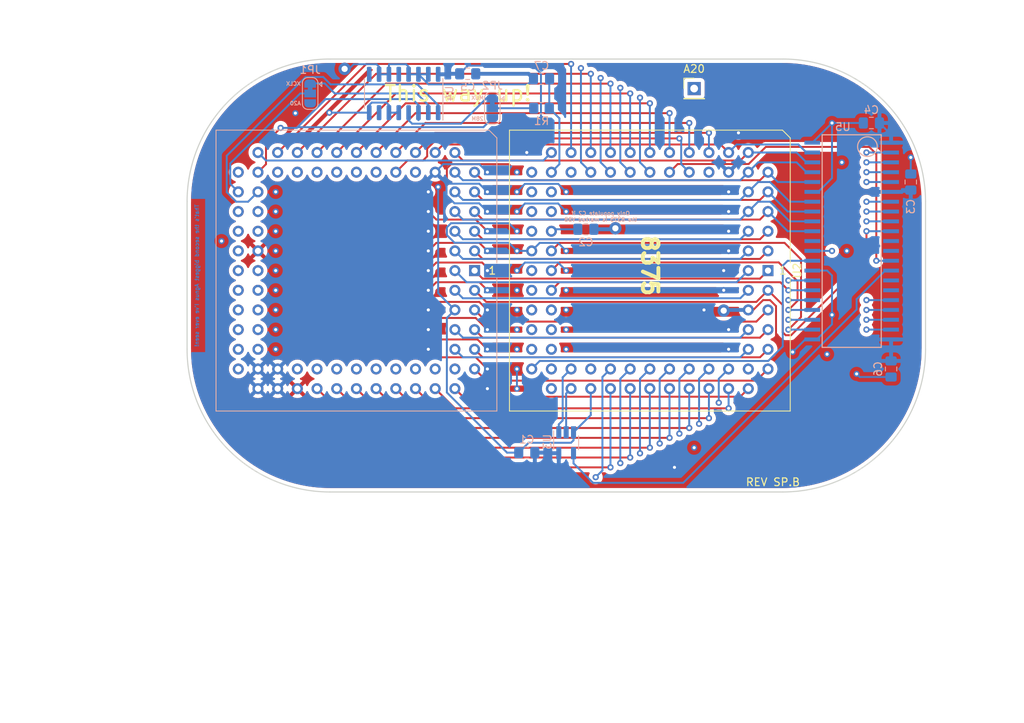
<source format=kicad_pcb>
(kicad_pcb (version 20210424) (generator pcbnew)
  (layers (0 "F.Cu" signal) (1 "In1.Cu" signal) (2 "In2.Cu" signal) (31 "B.Cu" signal) (34 "B.Paste" user) (35 "F.Paste" user) (36 "B.SilkS" user "B.Silkscreen") (37 "F.SilkS" user "F.Silkscreen") (38 "B.Mask" user) (39 "F.Mask" user) (44 "Edge.Cuts" user))
  (net 0 "")
  (net 1 "VCC")
  (net 2 "GND")
  (net 3 "Net-(C2-Pad1)")
  (net 4 "/CLK")
  (net 5 "Net-(J1-Pad1)")
  (net 6 "/A20")
  (net 7 "/XCLK{slash}A20")
  (net 8 "/XCLK")
  (net 9 "/28M")
  (net 10 "Net-(JP2-Pad2)")
  (net 11 "Net-(JP2-Pad1)")
  (net 12 "/DRD12")
  (net 13 "/DRD10")
  (net 14 "/DRD8")
  (net 15 "/DRD6")
  (net 16 "/DRD4")
  (net 17 "/DRD14")
  (net 18 "/~CSYNC")
  (net 19 "/~LPEN")
  (net 20 "/A17")
  (net 21 "/A15")
  (net 22 "/DRD13")
  (net 23 "/DRD11")
  (net 24 "/DRD9")
  (net 25 "/DRD7")
  (net 26 "/DRD5")
  (net 27 "/DRD3")
  (net 28 "/DRD15")
  (net 29 "/~HSYNC")
  (net 30 "/~VSYNC")
  (net 31 "/A18")
  (net 32 "/A16")
  (net 33 "/DRD1")
  (net 34 "/~INTR")
  (net 35 "/~BLISS")
  (net 36 "/~WE")
  (net 37 "/~RGEN")
  (net 38 "/~RAMEN")
  (net 39 "/RGA7")
  (net 40 "/RGA5")
  (net 41 "/RGA3")
  (net 42 "/DRD2")
  (net 43 "/DRD0")
  (net 44 "/~RESET")
  (net 45 "/DMAL")
  (net 46 "/~BLIT")
  (net 47 "/RW")
  (net 48 "/~AS")
  (net 49 "/RGA8")
  (net 50 "/RGA6")
  (net 51 "/RGA4")
  (net 52 "/RGA2")
  (net 53 "/~XCLKEN")
  (net 54 "/7M")
  (net 55 "/CCK")
  (net 56 "/DRA1")
  (net 57 "/DRA3")
  (net 58 "/DRA5")
  (net 59 "/DRA7")
  (net 60 "/~LDS")
  (net 61 "/RGA1")
  (net 62 "/~CDAC")
  (net 63 "/CCKQ")
  (net 65 "/DRA0")
  (net 66 "/DRA2")
  (net 67 "/DRA4")
  (net 68 "/DRA6")
  (net 69 "/DRA8")
  (net 70 "/~UDS")
  (net 71 "/A19")
  (net 72 "/A2")
  (net 73 "/A4")
  (net 74 "/A6")
  (net 75 "/A8")
  (net 76 "/A10")
  (net 77 "/A12")
  (net 78 "/A14")
  (net 79 "/A1")
  (net 80 "/A3")
  (net 81 "/A5")
  (net 82 "/A7")
  (net 83 "/A9")
  (net 84 "/A11")
  (net 85 "/A13")
  (net 86 "/DRA9")
  (net 87 "/~RAS1")
  (net 88 "/~RAS0")
  (net 89 "Net-(U3-Pad4)")
  (net 93 "/~CASL")
  (net 94 "/~CASU")
  (footprint "Package_LCC:PLCC-84_THT-Socket" (layer "F.Cu") (at 127.254 52.07 -90)
    (fp_text reference "U1" hide)
    (fp_text value "Agnus8372")
  )
  (footprint "Connector_PinHeader_2.54mm:PinHeader_1x01_P2.54mm_Vertical" (layer "F.Cu") (at 155.575 28.575)
    (fp_text reference "J1" hide)
    (fp_text value "A20")
  )
  (footprint "Package_LCC:PLCC-84_THT-Socket" (layer "F.Cu") (at 165.1 52.07 -90)
    (fp_text reference "U2")
    (fp_text value "Agnus8375")
  )
  (footprint "Capacitor_SMD:C_0805_2012Metric_Pad1.18x1.45mm_HandSolder" (layer "B.Cu") (at 180.975 64.77 -90)
    (fp_text reference "C6")
    (fp_text value "0.1uF")
  )
  (footprint "Capacitor_SMD:C_0805_2012Metric_Pad1.18x1.45mm_HandSolder" (layer "B.Cu") (at 126.365 26.67)
    (fp_text reference "C5")
    (fp_text value "0.1uF")
  )
  (footprint "Capacitor_SMD:C_0805_2012Metric_Pad1.18x1.45mm_HandSolder" (layer "B.Cu") (at 133.985 75.565 180)
    (fp_text reference "C1")
    (fp_text value "0.1uF")
  )
  (footprint "Jumper:SolderJumper-3_P1.3mm_Bridged12_RoundedPad1.0x1.5mm" (layer "B.Cu") (at 129.54 31.115 -90)
    (fp_text reference "JP2")
    (fp_text value "Jumper_3_Bridged12")
  )
  (footprint "Package_SO:SOIC-16_3.9x9.9mm_P1.27mm" (layer "B.Cu") (at 118.11 29.21 90)
    (fp_text reference "U4")
    (fp_text value "74AHCT158")
  )
  (footprint "Jumper:SolderJumper-3_P1.3mm_Bridged12_RoundedPad1.0x1.5mm" (layer "B.Cu") (at 106.045 29.21 -90)
    (fp_text reference "JP1")
    (fp_text value "Jumper_3_Bridged12")
  )
  (footprint "A500:SOJ-42" (layer "B.Cu") (at 175.895 48.26 -90)
    (fp_text reference "U5")
    (fp_text value "GM71C18163C")
  )
  (footprint "Capacitor_SMD:C_0805_2012Metric_Pad1.18x1.45mm_HandSolder" (layer "B.Cu") (at 183.515 40.64 90)
    (fp_text reference "C3")
    (fp_text value "0.1uF")
  )
  (footprint "Capacitor_SMD:C_0805_2012Metric_Pad1.18x1.45mm_HandSolder" (layer "B.Cu") (at 135.89 27.305 180)
    (fp_text reference "C7")
    (fp_text value "22pF")
  )
  (footprint "Resistor_SMD:R_0805_2012Metric_Pad1.20x1.40mm_HandSolder" (layer "B.Cu") (at 135.89 31.115)
    (fp_text reference "R1")
    (fp_text value "150")
  )
  (footprint "Package_TO_SOT_SMD:SOT-23-5_HandSoldering" (layer "B.Cu") (at 139.065 74.295 -90)
    (fp_text reference "U3")
    (fp_text value "74AHC1G08")
  )
  (footprint "Capacitor_SMD:C_0805_2012Metric_Pad1.18x1.45mm_HandSolder" (layer "B.Cu") (at 141.605 46.736)
    (fp_text reference "C2")
    (fp_text value "0.1uF")
  )
  (footprint "Capacitor_SMD:C_0805_2012Metric_Pad1.18x1.45mm_HandSolder" (layer "B.Cu") (at 178.435 33.02 180)
    (fp_text reference "C4")
    (fp_text value "0.1uF")
  )
  (gr_line (start 108.585 24.765) (end 167.005001 24.765) (layer "Edge.Cuts") (width 0.15))
  (gr_arc (start 167.005001 62.23) (end 167.005 80.645) (angle -90) (layer "Edge.Cuts") (width 0.15))
  (gr_arc (start 108.584999 43.18) (end 108.585 24.765) (angle -90) (layer "Edge.Cuts") (width 0.15))
  (gr_line (start 185.42 43.180001) (end 185.420001 62.230001) (layer "Edge.Cuts") (width 0.15))
  (gr_line (start 90.17 62.23) (end 90.169999 43.179999) (layer "Edge.Cuts") (width 0.15))
  (gr_line (start 167.005 80.645) (end 108.585 80.645) (layer "Edge.Cuts") (width 0.15))
  (gr_arc (start 167.005 43.18) (end 185.42 43.180001) (angle -90) (layer "Edge.Cuts") (width 0.15))
  (gr_arc (start 108.585 62.230001) (end 90.17 62.23) (angle -90) (layer "Edge.Cuts") (width 0.15))
  (gr_text "That’s the second biggest Agnus I’ve ever seen!" (at 91.44 52.705 90) (layer "B.Cu") (effects (font (size 0.5 0.5) (thickness 0.1)) (justify mirror)))
  (gr_text "Only populate C2 if\nthe 8375 is marked VBB" (at 143.51 45.085) (layer "B.SilkS") (effects (font (size 0.5 0.5) (thickness 0.1)) (justify mirror)))
  (gr_text "A20" (at 104.14 30.48) (layer "B.SilkS") (effects (font (size 0.5 0.5) (thickness 0.1)) (justify mirror)))
  (gr_text "28M" (at 127.635 32.465) (layer "B.SilkS") (effects (font (size 0.5 0.5) (thickness 0.1)) (justify mirror)))
  (gr_text "XCLX" (at 103.886 27.94) (layer "B.SilkS") (effects (font (size 0.5 0.5) (thickness 0.1)) (justify mirror)))
  (gr_text "MUX" (at 127.635 29.765) (layer "B.SilkS") (effects (font (size 0.5 0.5) (thickness 0.1)) (justify mirror)))
  (gr_text "1" (at 167.005 52.07) (layer "F.SilkS") (effects (font (size 1 1))))
  (gr_text "1" (at 129.54 52.07) (layer "F.SilkS") (effects (font (size 1 1))))
  (gr_text "8375" (at 149.86 51.435 270) (layer "F.SilkS") (effects (font (size 2 2) (thickness 0.5))))
  (gr_text "A20" (at 155.575 26.035) (layer "F.SilkS") (effects (font (size 1 1))))
  (gr_text "This way up!" (at 125.095 29.21) (layer "F.SilkS") (effects (font (size 2 2) (thickness 0.3))))
  (gr_text "REV SP.B" (at 165.735 79.375) (layer "F.SilkS") (effects (font (size 1 1))))
  (segment (start 128.905 52.07) (end 128.905 51.71448) (width 0.25) (layer "F.Cu") (net 1))
  (segment (start 122.320711 48.494289) (end 121.285 49.53) (width 0.25) (layer "F.Cu") (net 1))
  (segment (start 127.869289 48.494289) (end 122.320711 48.494289) (width 0.25) (layer "F.Cu") (net 1))
  (segment (start 128.905 62.23) (end 127.635 60.96) (width 0.25) (layer "F.Cu") (net 1))
  (segment (start 122.320711 56.114289) (end 121.285 57.15) (width 0.25) (layer "F.Cu") (net 1))
  (segment (start 127.400711 58.185711) (end 122.789289 58.185711) (width 0.25) (layer "F.Cu") (net 1))
  (segment (start 122.320711 53.574289) (end 121.285 54.61) (width 0.25) (layer "F.Cu") (net 1))
  (segment (start 128.905 64.77) (end 127.400711 63.265711) (width 0.25) (layer "F.Cu") (net 1))
  (segment (start 122.320711 51.034289) (end 121.285 52.07) (width 0.25) (layer "F.Cu") (net 1))
  (segment (start 128.905 57.15) (end 127.869289 56.114289) (width 0.25) (layer "F.Cu") (net 1))
  (segment (start 127.635 60.96) (end 122.555 60.96) (width 0.25) (layer "F.Cu") (net 1))
  (segment (start 128.905 51.71448) (end 128.224809 51.034289) (width 0.25) (layer "F.Cu") (net 1))
  (segment (start 122.789289 58.185711) (end 121.285 59.69) (width 0.25) (layer "F.Cu") (net 1))
  (segment (start 127.400711 45.485711) (end 122.320711 45.485711) (width 0.25) (layer "F.Cu") (net 1))
  (segment (start 128.905 46.99) (end 127.400711 45.485711) (width 0.25) (layer "F.Cu") (net 1))
  (segment (start 128.905 54.61) (end 127.869289 53.574289) (width 0.25) (layer "F.Cu") (net 1))
  (segment (start 122.320711 63.265711) (end 121.285 62.23) (width 0.25) (layer "F.Cu") (net 1))
  (segment (start 122.555 60.96) (end 121.285 62.23) (width 0.25) (layer "F.Cu") (net 1))
  (segment (start 122.320711 45.485711) (end 121.285 44.45) (width 0.25) (layer "F.Cu") (net 1))
  (segment (start 127.869289 53.574289) (end 122.320711 53.574289) (width 0.25) (layer "F.Cu") (net 1))
  (segment (start 127.400711 63.265711) (end 122.320711 63.265711) (width 0.25) (layer "F.Cu") (net 1))
  (segment (start 128.905 59.69) (end 127.400711 58.185711) (width 0.25) (layer "F.Cu") (net 1))
  (segment (start 127.869289 56.114289) (end 122.320711 56.114289) (width 0.25) (layer "F.Cu") (net 1))
  (segment (start 128.224809 51.034289) (end 122.320711 51.034289) (width 0.25) (layer "F.Cu") (net 1))
  (segment (start 128.905 49.53) (end 127.869289 48.494289) (width 0.25) (layer "F.Cu") (net 1))
  (via (at 160.02 46.99) (size 0.8) (drill 0.4) (layers "F.Cu" "B.Cu") (net 1))
  (via (at 128.905 46.99) (size 0.8) (drill 0.4) (layers "F.Cu" "B.Cu") (net 1))
  (via (at 160.02 44.45) (size 0.8) (drill 0.4) (layers "F.Cu" "B.Cu") (net 1))
  (via (at 128.905 52.07) (size 0.8) (drill 0.4) (layers "F.Cu" "B.Cu") (net 1))
  (via (at 159.385 52.07) (size 0.8) (drill 0.4) (layers "F.Cu" "B.Cu") (net 1))
  (via (at 128.905 39.37) (size 0.8) (drill 0.4) (layers "F.Cu" "B.Cu") (net 1))
  (via (at 128.905 54.61) (size 0.8) (drill 0.4) (layers "F.Cu" "B.Cu") (net 1))
  (via (at 128.905 57.15) (size 0.8) (drill 0.4) (layers "F.Cu" "B.Cu") (net 1))
  (via (at 161.29 34.29) (size 0.8) (drill 0.4) (layers "F.Cu" "B.Cu") (net 1))
  (via (at 160.02 62.23) (size 0.8) (drill 0.4) (layers "F.Cu" "B.Cu") (net 1))
  (via (at 128.905 59.69) (size 0.8) (drill 0.4) (layers "F.Cu" "B.Cu") (net 1))
  (via (at 133.985 36.83) (size 0.8) (drill 0.4) (layers "F.Cu" "B.Cu") (net 1))
  (via (at 121.285 46.99) (size 0.8) (drill 0.4) (layers "F.Cu" "B.Cu") (net 1))
  (via (at 156.845 57.15) (size 0.8) (drill 0.4) (layers "F.Cu" "B.Cu") (net 1))
  (via (at 121.285 41.91) (size 0.8) (drill 0.4) (layers "F.Cu" "B.Cu") (net 1))
  (via (at 160.02 41.91) (size 0.8) (drill 0.4) (layers "F.Cu" "B.Cu") (net 1))
  (via (at 128.905 64.77) (size 0.8) (drill 0.4) (layers "F.Cu" "B.Cu") (net 1))
  (via (at 121.285 44.45) (size 0.8) (drill 0.4) (layers "F.Cu" "B.Cu") (net 1))
  (via (at 159.385 54.61) (size 0.8) (drill 0.4) (layers "F.Cu" "B.Cu") (net 1))
  (via (at 128.905 44.45) (size 0.8) (drill 0.4) (layers "F.Cu" "B.Cu") (net 1))
  (via (at 128.905 49.53) (size 0.8) (drill 0.4) (layers "F.Cu" "B.Cu") (net 1))
  (via (at 121.285 49.53) (size 0.8) (drill 0.4) (layers "F.Cu" "B.Cu") (net 1))
  (via (at 153.035 77.47) (size 0.8) (drill 0.4) (layers "F.Cu" "B.Cu") (net 1))
  (via (at 160.02 49.53) (size 0.8) (drill 0.4) (layers "F.Cu" "B.Cu") (net 1))
  (via (at 121.285 54.61) (size 0.8) (drill 0.4) (layers "F.Cu" "B.Cu") (net 1))
  (via (at 121.285 52.07) (size 0.8) (drill 0.4) (layers "F.Cu" "B.Cu") (net 1))
  (via (at 160.02 59.69) (size 0.8) (drill 0.4) (layers "F.Cu" "B.Cu") (net 1))
  (via (at 128.905 62.23) (size 0.8) (drill 0.4) (layers "F.Cu" "B.Cu") (net 1))
  (via (at 121.285 59.69) (size 0.8) (drill 0.4) (layers "F.Cu" "B.Cu") (net 1))
  (via (at 121.285 62.23) (size 0.8) (drill 0.4) (layers "F.Cu" "B.Cu") (net 1))
  (via (at 128.905 67.31) (size 0.8) (drill 0.4) (layers "F.Cu" "B.Cu") (net 1))
  (via (at 128.905 41.91) (size 0.8) (drill 0.4) (layers "F.Cu" "B.Cu") (net 1))
  (via (at 121.285 57.15) (size 0.8) (drill 0.4) (layers "F.Cu" "B.Cu") (net 1))
  (segment (start 180.975 60.96) (end 180.975 63.7325) (width 0.25) (layer "B.Cu") (net 1))
  (segment (start 123.6345 40.8305) (end 122.174 39.37) (width 0.25) (layer "B.Cu") (net 1))
  (segment (start 126.37702 25.62048) (end 134.800046 25.62048) (width 0.25) (layer "B.Cu") (net 1))
  (segment (start 183.2825 41.91) (end 183.515 41.6775) (width 0.25) (layer "B.Cu") (net 1))
  (segment (start 180.975 41.91) (end 183.2825 41.91) (width 0.25) (layer "B.Cu") (net 1))
  (segment (start 127.869289 38.334289) (end 123.209711 38.334289) (width 0.25) (layer "B.Cu") (net 1))
  (segment (start 135.81452 26.634954) (end 135.81452 35.00048) (width 0.25) (layer "B.Cu") (net 1))
  (segment (start 124.666378 43.395231) (end 123.6345 42.363353) (width 0.25) (layer "B.Cu") (net 1))
  (segment (start 135.1025 75.645) (end 135.0225 75.565) (width 0.25) (layer "B.Cu") (net 1))
  (segment (start 127.850231 40.855231) (end 123.659231 40.855231) (width 0.25) (layer "B.Cu") (net 1))
  (segment (start 138.115 75.645) (end 135.1025 75.645) (width 0.25) (layer "B.Cu") (net 1))
  (segment (start 134.800046 25.62048) (end 135.81452 26.634954) (width 0.25) (layer "B.Cu") (net 1))
  (segment (start 128.905 39.37) (end 127.869289 38.334289) (width 0.25) (layer "B.Cu") (net 1))
  (segment (start 125.3275 26.67) (end 126.37702 25.62048) (width 0.25) (layer "B.Cu") (net 1))
  (segment (start 135.81452 35.00048) (end 133.985 36.83) (width 0.25) (layer "B.Cu") (net 1))
  (segment (start 123.659231 40.855231) (end 123.6345 40.8305) (width 0.25) (layer "B.Cu") (net 1))
  (segment (start 123.6345 42.363353) (end 123.6345 40.8305) (width 0.25) (layer "B.Cu") (net 1))
  (segment (start 125.3275 26.67) (end 122.62 26.67) (width 0.25) (layer "B.Cu") (net 1))
  (segment (start 127.850231 43.395231) (end 124.666378 43.395231) (width 0.25) (layer "B.Cu") (net 1))
  (segment (start 180.975 34.5225) (end 179.4725 33.02) (width 0.25) (layer "B.Cu") (net 1))
  (segment (start 128.905 41.91) (end 127.850231 40.855231) (width 0.25) (layer "B.Cu") (net 1))
  (segment (start 122.62 26.67) (end 122.555 26.735) (width 0.25) (layer "B.Cu") (net 1))
  (segment (start 123.209711 38.334289) (end 122.174 39.37) (width 0.25) (layer "B.Cu") (net 1))
  (segment (start 180.975 35.56) (end 180.975 34.5225) (width 0.25) (layer "B.Cu") (net 1))
  (segment (start 128.905 44.45) (end 127.850231 43.395231) (width 0.25) (layer "B.Cu") (net 1))
  (segment (start 131.679289 38.334289) (end 124.216858 38.334289) (width 0.25) (layer "F.Cu") (net 2))
  (segment (start 165.362853 55.88) (end 164.465718 55.88) (width 0.25) (layer "F.Cu") (net 2))
  (segment (start 124.216858 38.334289) (end 123.678289 38.872858) (width 0.25) (layer "F.Cu") (net 2))
  (segment (start 166.135711 60.444251) (end 166.135711 56.652858) (width 0.25) (layer "F.Cu") (net 2))
  (segment (start 163.195718 57.15) (end 162.56 57.15) (width 0.25) (layer "F.Cu") (net 2))
  (segment (start 168.275 62.58354) (end 166.135711 60.444251) (width 0.25) (layer "F.Cu") (net 2))
  (segment (start 166.135711 56.652858) (end 165.362853 55.88) (width 0.25) (layer "F.Cu") (net 2))
  (segment (start 132.715 39.37) (end 131.679289 38.334289) (width 0.25) (layer "F.Cu") (net 2))
  (segment (start 123.678289 40.151711) (end 122.555 41.275) (width 0.25) (layer "F.Cu") (net 2))
  (segment (start 123.678289 38.872858) (end 123.678289 40.151711) (width 0.25) (layer "F.Cu") (net 2))
  (segment (start 164.465718 55.88) (end 163.195718 57.15) (width 0.25) (layer "F.Cu") (net 2))
  (via (at 173.355 33.02) (size 0.8) (drill 0.4) (layers "F.Cu" "B.Cu") (net 2))
  (via (at 101.6 59.69) (size 0.8) (drill 0.4) (layers "F.Cu" "B.Cu") (net 2))
  (via (at 139.065 54.61) (size 0.8) (drill 0.4) (layers "F.Cu" "B.Cu") (net 2))
  (via (at 101.6 41.91) (size 0.8) (drill 0.4) (layers "F.Cu" "B.Cu") (net 2))
  (via (at 101.6 49.53) (size 0.8) (drill 0.4) (layers "F.Cu" "B.Cu") (net 2))
  (via (at 101.6 46.99) (size 0.8) (drill 0.4) (layers "F.Cu" "B.Cu") (net 2))
  (via (at 132.715 64.77) (size 0.8) (drill 0.4) (layers "F.Cu" "B.Cu") (net 2))
  (via (at 101.6 44.45) (size 0.8) (drill 0.4) (layers "F.Cu" "B.Cu") (net 2))
  (via (at 175.26 49.53) (size 0.8) (drill 0.4) (layers "F.Cu" "B.Cu") (net 2))
  (via (at 104.14 31.75) (size 0.8) (drill 0.4) (layers "F.Cu" "B.Cu") (net 2))
  (via (at 132.715 54.61) (size 0.8) (drill 0.4) (layers "F.Cu" "B.Cu") (net 2))
  (via (at 132.715 67.31) (size 0.8) (drill 0.4) (layers "F.Cu" "B.Cu") (net 2))
  (via (at 139.065 59.69) (size 0.8) (drill 0.4) (layers "F.Cu" "B.Cu") (net 2))
  (via (at 132.715 59.69) (size 0.8) (drill 0.4) (layers "F.Cu" "B.Cu") (net 2))
  (via (at 101.6 54.61) (size 0.8) (drill 0.4) (layers "F.Cu" "B.Cu") (net 2))
  (via (at 139.065 44.45) (size 0.8) (drill 0.4) (layers "F.Cu" "B.Cu") (net 2))
  (via (at 110.49 26.035) (size 1.6) (drill 0.8) (layers "F.Cu" "B.Cu") (net 2))
  (via (at 94.615 48.26) (size 0.8) (drill 0.4) (layers "F.Cu" "B.Cu") (net 2))
  (via (at 159.385 57.238789) (size 1.6) (drill 0.8) (layers "F.Cu" "B.Cu") (net 2))
  (via (at 139.065 41.91) (size 0.8) (drill 0.4) (layers "F.Cu" "B.Cu") (net 2))
  (via (at 132.715 62.23) (size 0.8) (drill 0.4) (layers "F.Cu" "B.Cu") (net 2))
  (via (at 132.715 41.91) (size 0.8) (drill 0.4) (layers "F.Cu" "B.Cu") (net 2))
  (via (at 139.065 52.07) (size 0.8) (drill 0.4) (layers "F.Cu" "B.Cu") (net 2))
  (via (at 101.6 52.07) (size 0.8) (drill 0.4) (layers "F.Cu" "B.Cu") (net 2))
  (via (at 139.065 49.53) (size 0.8) (drill 0.4) (layers "F.Cu" "B.Cu") (net 2))
  (via (at 132.715 49.53) (size 0.8) (drill 0.4) (layers "F.Cu" "B.Cu") (net 2))
  (via (at 101.6 62.23) (size 0.8) (drill 0.4) (layers "F.Cu" "B.Cu") (net 2))
  (via (at 139.065 57.15) (size 0.8) (drill 0.4) (layers "F.Cu" "B.Cu") (net 2))
  (via (at 176.53 65.405) (size 0.8) (drill 0.4) (layers "F.Cu" "B.Cu") (net 2))
  (via (at 168.275 62.58354) (size 0.8) (drill 0.4) (layers "F.Cu" "B.Cu") (net 2))
  (via (at 132.715 57.15) (size 0.8) (drill 0.4) (layers "F.Cu" "B.Cu") (net 2))
  (via (at 122.555 41.275) (size 0.8) (drill 0.4) (layers "F.Cu" "B.Cu") (net 2))
  (via (at 145.415 46.610211) (size 1.6) (drill 0.8) (layers "F.Cu" "B.Cu") (net 2))
  (via (at 173.355 57.785) (size 0.8) (drill 0.4) (layers "F.Cu" "B.Cu") (net 2))
  (via (at 101.6 57.15) (size 0.8) (drill 0.4) (layers "F.Cu" "B.Cu") (net 2))
  (via (at 174.625 38.1) (size 0.8) (drill 0.4) (layers "F.Cu" "B.Cu") (net 2))
  (via (at 132.715 39.37) (size 0.8) (drill 0.4) (layers "F.Cu" "B.Cu") (net 2))
  (via (at 132.715 44.45) (size 0.8) (drill 0.4) (layers "F.Cu" "B.Cu") (net 2))
  (via (at 172.72 62.865) (size 0.8) (drill 0.4) (layers "F.Cu" "B.Cu") (net 2))
  (via (at 132.715 46.99) (size 0.8) (drill 0.4) (layers "F.Cu" "B.Cu") (net 2))
  (via (at 108.5172 31.6822) (size 0.8) (drill 0.4) (layers "F.Cu" "B.Cu") (net 2))
  (via (at 139.065 62.23) (size 0.8) (drill 0.4) (layers "F.Cu" "B.Cu") (net 2))
  (via (at 183.515 37.465) (size 0.8) (drill 0.4) (layers "F.Cu" "B.Cu") (net 2))
  (via (at 132.715 52.07) (size 0.8) (drill 0.4) (layers "F.Cu" "B.Cu") (net 2))
  (via (at 155.575 74.93) (size 0.8) (drill 0.4) (layers "F.Cu" "B.Cu") (net 2))
  (segment (start 180.975 65.8075) (end 176.9325 65.8075) (width 0.25) (layer "B.Cu") (net 2))
  (segment (start 142.24 70.72) (end 140.015 72.945) (width 0.25) (layer "B.Cu") (net 2))
  (segment (start 140.015 73.975) (end 139.695 74.295) (width 0.25) (layer "B.Cu") (net 2))
  (segment (start 170.815 60.96) (end 171.39912 60.96) (width 0.25) (layer "B.Cu") (net 2))
  (segment (start 171.39912 60.96) (end 173.355 59.00412) (width 0.25) (layer "B.Cu") (net 2))
  (segment (start 113.665 30.71) (end 113.665 31.685) (width 0.25) (layer "B.Cu") (net 2))
  (segment (start 139.065 52.07) (end 138.029289 51.034289) (width 0.25) (layer "B.Cu") (net 2))
  (segment (start 139.065 41.91) (end 138.029289 40.874289) (width 0.25) (layer "B.Cu") (net 2))
  (segment (start 124.666378 48.475231) (end 131.660231 48.475231) (width 0.25) (layer "B.Cu") (net 2))
  (segment (start 123.678289 63.011711) (end 123.678289 58.185711) (width 0.25) (layer "B.Cu") (net 2))
  (segment (start 183.515 39.6025) (end 183.515 37.465) (width 0.25) (layer "B.Cu") (net 2))
  (segment (start 135.655711 48.494289) (end 134.62 49.53) (width 0.25) (layer "B.Cu") (net 2))
  (segment (start 113.98952 30.38548) (end 113.665 30.71) (width 0.25) (layer "B.Cu") (net 2))
  (segment (start 131.436147 75.565) (end 123.678289 67.807142) (width 0.25) (layer "B.Cu") (net 2))
  (segment (start 134.12298 28.03452) (end 121.31452 28.03452) (width 0.25) (layer "B.Cu") (net 2))
  (segment (start 116.205 26.735) (end 114.935 26.735) (width 0.25) (layer "B.Cu") (net 2))
  (segment (start 133.750711 40.874289) (end 132.715 41.91) (width 0.25) (layer "B.Cu") (net 2))
  (segment (start 132.715 46.99) (end 131.679289 45.954289) (width 0.25) (layer "B.Cu") (net 2))
  (segment (start 134.8525 27.305) (end 134.12298 28.03452) (width 0.25) (layer "B.Cu") (net 2))
  (segment (start 132.715 49.53) (end 131.660231 48.475231) (width 0.25) (layer "B.Cu") (net 2))
  (segment (start 169.89854 60.96) (end 168.275 62.58354) (width 0.25) (layer "B.Cu") (net 2))
  (segment (start 118.745 25.76) (end 118.42048 25.43548) (width 0.25) (layer "B.Cu") (net 2))
  (segment (start 138.029289 40.874289) (end 133.750711 40.874289) (width 0.25) (layer "B.Cu") (net 2))
  (segment (start 173.355 52.705) (end 172.72 52.07) (width 0.25) (layer "B.Cu") (net 2))
  (segment (start 118.42048 25.43548) (end 116.24048 25.43548) (width 0.25) (layer "B.Cu") (net 2))
  (segment (start 159.473789 57.15) (end 159.385 57.238789) (width 0.5) (layer "B.Cu") (net 2))
  (segment (start 116.205 30.71) (end 115.88048 30.38548) (width 0.25) (layer "B.Cu") (net 2))
  (segment (start 134.2175 74.295) (end 132.9475 75.565) (width 0.25) (layer "B.Cu") (net 2))
  (segment (start 124.714 57.15) (end 122.555 54.991) (width 0.25) (layer "B.Cu") (net 2))
  (segment (start 133.750711 51.034289) (end 132.715 52.07) (width 0.25) (layer "B.Cu") (net 2))
  (segment (start 162.56 57.15) (end 159.473789 57.15) (width 0.5) (layer "B.Cu") (net 2))
  (segment (start 176.9325 65.8075) (end 176.53 65.405) (width 0.25) (layer "B.Cu") (net 2))
  (segment (start 122.555 54.991) (end 122.555 41.275) (width 0.25) (layer "B.Cu") (net 2))
  (segment (start 133.750711 43.414289) (end 132.715 44.45) (width 0.25) (layer "B.Cu") (net 2))
  (segment (start 123.678289 47.487142) (end 124.666378 48.475231) (width 0.25) (layer "B.Cu") (net 2))
  (segment (start 134.62 49.53) (end 132.715 49.53) (width 0.25) (layer "B.Cu") (net 2))
  (segment (start 170.815 41.91) (end 171.577 41.91) (width 0.25) (layer "B.Cu") (net 2))
  (segment (start 173.355 33.02) (end 170.815 35.56) (width 0.25) (layer "B.Cu") (net 2))
  (segment (start 138.029289 43.414289) (end 133.750711 43.414289) (width 0.25) (layer "B.Cu") (net 2))
  (segment (start 118.745 26.735) (end 118.745 25.76) (width 0.25) (layer "B.Cu") (net 2))
  (segment (start 145.289211 46.736) (end 145.415 46.610211) (width 0.5) (layer "B.Cu") (net 2))
  (segment (start 114.935 26.735) (end 114.935 25.76) (width 0.25) (layer "B.Cu") (net 2))
  (segment (start 121.31452 28.03452) (end 120.015 26.735) (width 0.25) (layer "B.Cu") (net 2))
  (segment (start 170.815 60.96) (end 169.89854 60.96) (width 0.25) (layer "B.Cu") (net 2))
  (segment (start 138.029289 48.494289) (end 135.655711 48.494289) (width 0.25) (layer "B.Cu") (net 2))
  (segment (start 116.205 31.685) (end 117.475 31.685) (width 0.25) (layer "B.Cu") (net 2))
  (segment (start 123.678289 46.492858) (end 123.678289 47.487142) (width 0.25) (layer "B.Cu") (net 2))
  (segment (start 142.24 67.31) (end 142.24 70.72) (width 0.25) (layer "B.Cu") (net 2))
  (segment (start 140.015 72.945) (end 140.015 73.975) (width 0.25) (layer "B.Cu") (net 2))
  (segment (start 132.715 67.31) (end 132.715 64.77) (width 0.25) (layer "B.Cu") (net 2))
  (segment (start 134.2175 26.67) (end 134.8525 27.305) (width 0.5) (layer "B.Cu") (net 2))
  (segment (start 172.72 52.07) (end 170.815 52.07) (width 0.25) (layer "B.Cu") (net 2))
  (segment (start 115.88048 30.38548) (end 113.98952 30.38548) (width 0.25) (layer "B.Cu") (net 2))
  (segment (start 121.285 26.735) (end 120.015 26.735) (width 0.25) (layer "B.Cu") (net 2))
  (segment (start 127.4025 26.67) (end 134.2175 26.67) (width 0.5) (layer "B.Cu") (net 2))
  (segment (start 139.695 74.295) (end 134.2175 74.295) (width 0.25) (layer "B.Cu") (net 2))
  (segment (start 131.679289 45.954289) (end 124.216858 45.954289) (width 0.25) (layer "B.Cu") (net 2))
  (segment (start 111.658236 25.43548) (end 111.058716 26.035) (width 0.25) (layer "B.Cu") (net 2))
  (segment (start 173.355 40.132) (end 173.355 33.02) (width 0.25) (layer "B.Cu") (net 2))
  (segment (start 173.355 59.00412) (end 173.355 57.785) (width 0.25) (layer "B.Cu") (net 2))
  (segment (start 142.6425 46.736) (end 145.289211 46.736) (width 0.5) (layer "B.Cu") (net 2))
  (segment (start 120.015 26.735) (end 118.745 26.735) (width 0.25) (layer "B.Cu") (net 2))
  (segment (start 113.665 31.685) (end 108.52 31.685) (width 0.25) (layer "B.Cu") (net 2))
  (segment (start 123.678289 58.185711) (end 124.714 57.15) (width 0.25) (layer "B.Cu") (net 2))
  (segment (start 173.355 57.785) (end 173.355 52.705) (width 0.25) (layer "B.Cu") (net 2))
  (segment (start 139.065 44.45) (end 138.029289 43.414289) (width 0.25) (layer "B.Cu") (net 2))
  (segment (start 132.9475 75.565) (end 131.436147 75.565) (width 0.25) (layer "B.Cu") (net 2))
  (segment (start 114.935 25.76) (end 114.61048 25.43548) (width 0.25) (layer "B.Cu") (net 2))
  (segment (start 116.205 25.47096) (end 116.205 26.735) (width 0.25) (layer "B.Cu") (net 2))
  (segment (start 171.577 41.91) (end 173.355 40.132) (width 0.25) (layer "B.Cu") (net 2))
  (segment (start 139.065 49.53) (end 138.029289 48.494289) (width 0.25) (layer "B.Cu") (net 2))
  (segment (start 108.52 31.685) (end 108.5172 31.6822) (width 0.25) (layer "B.Cu") (net 2))
  (segment (start 116.24048 25.43548) (end 116.205 25.47096) (width 0.25) (layer "B.Cu") (net 2))
  (segment (start 111.058716 26.035) (end 110.49 26.035) (width 0.25) (layer "B.Cu") (net 2))
  (segment (start 138.029289 51.034289) (end 133.750711 51.034289) (width 0.25) (layer "B.Cu") (net 2))
  (segment (start 177.3975 33.02) (end 173.355 33.02) (width 0.25) (layer "B.Cu") (net 2))
  (segment (start 124.216858 45.954289) (end 123.678289 46.492858) (width 0.25) (layer "B.Cu") (net 2))
  (segment (start 123.678289 67.807142) (end 123.678289 63.011711) (width 0.25) (layer "B.Cu") (net 2))
  (segment (start 116.205 31.685) (end 116.205 30.71) (width 0.25) (layer "B.Cu") (net 2))
  (segment (start 114.61048 25.43548) (end 111.658236 25.43548) (width 0.25) (layer "B.Cu") (net 2))
  (segment (start 140.5675 46.736) (end 137.414 46.736) (width 0.25) (layer "B.Cu") (net 3))
  (segment (start 137.414 46.736) (end 137.16 46.99) (width 0.25) (layer "B.Cu") (net 3))
  (segment (start 138.195711 32.420711) (end 136.89 31.115) (width 0.25) (layer "B.Cu") (net 4))
  (segment (start 136.89 27.3425) (end 136.9275 27.305) (width 0.25) (layer "B.Cu") (net 4))
  (segment (start 138.195711 38.334289) (end 138.195711 32.420711) (width 0.25) (layer "B.Cu") (net 4))
  (segment (start 137.16 39.37) (end 138.195711 38.334289) (width 0.25) (layer "B.Cu") (net 4))
  (segment (start 136.89 31.115) (end 136.89 27.3425) (width 0.25) (layer "B.Cu") (net 4))
  (segment (start 104.765429 29.21) (end 95.738289 38.23714) (width 0.25) (layer "B.Cu") (net 7))
  (segment (start 95.738289 38.23714) (end 95.738289 40.874289) (width 0.25) (layer "B.Cu") (net 7))
  (segment (start 106.045 29.21) (end 104.765429 29.21) (width 0.25) (layer "B.Cu") (net 7))
  (segment (start 95.738289 40.874289) (end 96.774 41.91) (width 0.25) (layer "B.Cu") (net 7))
  (segment (start 106.16952 28.03452) (end 106.045 27.91) (width 0.25) (layer "B.Cu") (net 8))
  (segment (start 121.285 30.71) (end 119.785 29.21) (width 0.25) (layer "B.Cu") (net 8))
  (segment (start 119.785 29.21) (end 109.22 29.21) (width 0.25) (layer "B.Cu") (net 8))
  (segment (start 121.285 31.685) (end 121.285 30.71) (width 0.25) (layer "B.Cu") (net 8))
  (segment (start 107.92 27.91) (end 106.045 27.91) (width 0.25) (layer "B.Cu") (net 8))
  (segment (start 109.22 29.21) (end 107.92 27.91) (width 0.25) (layer "B.Cu") (net 8))
  (segment (start 100.349711 38.334289) (end 99.314 39.37) (width 0.25) (layer "F.Cu") (net 9))
  (segment (start 102.235 33.655) (end 100.349711 35.540289) (width 0.25) (layer "F.Cu") (net 9))
  (segment (start 100.349711 35.540289) (end 100.349711 38.334289) (width 0.25) (layer "F.Cu") (net 9))
  (via (at 102.235 33.655) (size 0.8) (drill 0.4) (layers "F.Cu" "B.Cu") (net 9))
  (segment (start 104.417424 33.55904) (end 104.321464 33.655) (width 0.25) (layer "B.Cu") (net 9))
  (segment (start 119.24096 29.93596) (end 108.040504 29.93596) (width 0.25) (layer "B.Cu") (net 9))
  (segment (start 129.54 32.415) (end 128.39596 33.55904) (width 0.25) (layer "B.Cu") (net 9))
  (segment (start 108.040504 29.93596) (end 104.321464 33.655) (width 0.25) (layer "B.Cu") (net 9))
  (segment (start 128.39596 33.55904) (end 104.417424 33.55904) (width 0.25) (layer "B.Cu") (net 9))
  (segment (start 104.321464 33.655) (end 102.235 33.655) (width 0.25) (layer "B.Cu") (net 9))
  (segment (start 120.015 30.71) (end 119.24096 29.93596) (width 0.25) (layer "B.Cu") (net 9))
  (segment (start 120.015 31.685) (end 120.015 30.71) (width 0.25) (layer "B.Cu") (net 9))
  (segment (start 120.015 31.685) (end 120.015 32.66) (width 0.25) (layer "B.Cu") (net 9))
  (segment (start 134.89 31.115) (end 129.54 31.115) (width 0.25) (layer "B.Cu") (net 10))
  (segment (start 128.790016 29.815) (end 125.495496 33.10952) (width 0.25) (layer "B.Cu") (net 11))
  (segment (start 118.745 32.66) (end 118.745 31.685) (width 0.25) (layer "B.Cu") (net 11))
  (segment (start 129.54 29.815) (end 128.790016 29.815) (width 0.25) (layer "B.Cu") (net 11))
  (segment (start 119.19452 33.10952) (end 118.745 32.66) (width 0.25) (layer "B.Cu") (net 11))
  (segment (start 125.495496 33.10952) (end 119.19452 33.10952) (width 0.25) (layer "B.Cu") (net 11))
  (via (at 177.8 43.18) (size 0.8) (drill 0.4) (layers "F.Cu" "B.Cu") (net 12))
  (segment (start 177.8 43.18) (end 180.975 43.18) (width 0.25) (layer "B.Cu") (net 12))
  (segment (start 126.218289 53.574289) (end 124.714 52.07) (width 0.25) (layer "B.Cu") (net 12))
  (segment (start 161.055711 53.574289) (end 126.218289 53.574289) (width 0.25) (layer "B.Cu") (net 12))
  (segment (start 162.56 52.07) (end 161.055711 53.574289) (width 0.25) (layer "B.Cu") (net 12))
  (via (at 177.8 39.37) (size 0.8) (drill 0.4) (layers "F.Cu" "B.Cu") (net 13))
  (segment (start 162.56 49.53) (end 161.524289 50.565711) (width 0.25) (layer "B.Cu") (net 13))
  (segment (start 177.8 39.37) (end 180.975 39.37) (width 0.25) (layer "B.Cu") (net 13))
  (segment (start 161.524289 50.565711) (end 125.749711 50.565711) (width 0.25) (layer "B.Cu") (net 13))
  (segment (start 125.749711 50.565711) (end 124.714 49.53) (width 0.25) (layer "B.Cu") (net 13))
  (via (at 177.8 36.83) (size 0.8) (drill 0.4) (layers "F.Cu" "B.Cu") (net 14))
  (segment (start 161.524289 48.025711) (end 125.749711 48.025711) (width 0.25) (layer "B.Cu") (net 14))
  (segment (start 177.8 36.83) (end 180.975 36.83) (width 0.25) (layer "B.Cu") (net 14))
  (segment (start 162.56 46.99) (end 161.524289 48.025711) (width 0.25) (layer "B.Cu") (net 14))
  (segment (start 125.749711 48.025711) (end 124.714 46.99) (width 0.25) (layer "B.Cu") (net 14))
  (segment (start 165.362853 43.18) (end 163.83 43.18) (width 0.25) (layer "B.Cu") (net 15))
  (segment (start 163.83 43.18) (end 162.56 44.45) (width 0.25) (layer "B.Cu") (net 15))
  (segment (start 162.56 44.45) (end 161.524289 45.485711) (width 0.25) (layer "B.Cu") (net 15))
  (segment (start 161.524289 45.485711) (end 125.749711 45.485711) (width 0.25) (layer "B.Cu") (net 15))
  (segment (start 125.749711 45.485711) (end 124.714 44.45) (width 0.25) (layer "B.Cu") (net 15))
  (segment (start 167.902853 45.72) (end 165.362853 43.18) (width 0.25) (layer "B.Cu") (net 15))
  (segment (start 170.815 45.72) (end 167.902853 45.72) (width 0.25) (layer "B.Cu") (net 15))
  (segment (start 125.749711 42.945711) (end 124.714 41.91) (width 0.25) (layer "B.Cu") (net 16))
  (segment (start 170.815 43.18) (end 167.902853 43.18) (width 0.25) (layer "B.Cu") (net 16))
  (segment (start 167.902853 43.18) (end 165.362853 40.64) (width 0.25) (layer "B.Cu") (net 16))
  (segment (start 161.524289 42.945711) (end 125.749711 42.945711) (width 0.25) (layer "B.Cu") (net 16))
  (segment (start 165.362853 40.64) (end 163.83 40.64) (width 0.25) (layer "B.Cu") (net 16))
  (segment (start 162.56 41.91) (end 161.524289 42.945711) (width 0.25) (layer "B.Cu") (net 16))
  (segment (start 163.83 40.64) (end 162.56 41.91) (width 0.25) (layer "B.Cu") (net 16))
  (via (at 177.8 45.72) (size 0.8) (drill 0.4) (layers "F.Cu" "B.Cu") (net 17))
  (segment (start 161.524289 55.645711) (end 125.749711 55.645711) (width 0.25) (layer "B.Cu") (net 17))
  (segment (start 177.8 45.72) (end 180.975 45.72) (width 0.25) (layer "B.Cu") (net 17))
  (segment (start 162.56 54.61) (end 161.524289 55.645711) (width 0.25) (layer "B.Cu") (net 17))
  (segment (start 125.749711 55.645711) (end 124.714 54.61) (width 0.25) (layer "B.Cu") (net 17))
  (segment (start 162.56 59.69) (end 161.524289 60.725711) (width 0.25) (layer "B.Cu") (net 18))
  (segment (start 125.749711 60.725711) (end 124.714 59.69) (width 0.25) (layer "B.Cu") (net 18))
  (segment (start 161.524289 60.725711) (end 125.749711 60.725711) (width 0.25) (layer "B.Cu") (net 18))
  (segment (start 125.749711 63.265711) (end 124.714 62.23) (width 0.25) (layer "B.Cu") (net 19))
  (segment (start 161.524289 63.265711) (end 125.749711 63.265711) (width 0.25) (layer "B.Cu") (net 19))
  (segment (start 162.56 62.23) (end 161.524289 63.265711) (width 0.25) (layer "B.Cu") (net 19))
  (segment (start 124.714 67.31) (end 125.749711 68.345711) (width 0.25) (layer "F.Cu") (net 21))
  (segment (start 125.749711 68.345711) (end 161.524289 68.345711) (width 0.25) (layer "F.Cu") (net 21))
  (segment (start 161.524289 68.345711) (end 162.56 67.31) (width 0.25) (layer "F.Cu") (net 21))
  (segment (start 165.1 52.07) (end 164.064289 53.105711) (width 0.25) (layer "F.Cu") (net 22))
  (segment (start 164.064289 53.105711) (end 128.289711 53.105711) (width 0.25) (layer "F.Cu") (net 22))
  (segment (start 128.289711 53.105711) (end 127.254 52.07) (width 0.25) (layer "F.Cu") (net 22))
  (via (at 177.8 44.45) (size 0.8) (drill 0.4) (layers "F.Cu" "B.Cu") (net 22))
  (segment (start 177.8 44.45) (end 180.975 44.45) (width 0.25) (layer "B.Cu") (net 22))
  (segment (start 165.1 49.53) (end 164.064289 50.565711) (width 0.25) (layer "F.Cu") (net 23))
  (segment (start 164.064289 50.565711) (end 128.289711 50.565711) (width 0.25) (layer "F.Cu") (net 23))
  (segment (start 128.289711 50.565711) (end 127.254 49.53) (width 0.25) (layer "F.Cu") (net 23))
  (via (at 177.8 40.64) (size 0.8) (drill 0.4) (layers "F.Cu" "B.Cu") (net 23))
  (segment (start 177.8 40.64) (end 180.975 40.64) (width 0.25) (layer "B.Cu") (net 23))
  (segment (start 165.1 46.99) (end 164.064289 48.025711) (width 0.25) (layer "F.Cu") (net 24))
  (segment (start 164.064289 48.025711) (end 128.289711 48.025711) (width 0.25) (layer "F.Cu") (net 24))
  (segment (start 128.289711 48.025711) (end 127.254 46.99) (width 0.25) (layer "F.Cu") (net 24))
  (via (at 177.8 38.1) (size 0.8) (drill 0.4) (layers "F.Cu" "B.Cu") (net 24))
  (segment (start 177.8 38.1) (end 180.975 38.1) (width 0.25) (layer "B.Cu") (net 24))
  (segment (start 165.1 44.45) (end 164.064289 45.485711) (width 0.25) (layer "F.Cu") (net 25))
  (segment (start 128.289711 45.485711) (end 127.254 44.45) (width 0.25) (layer "F.Cu") (net 25))
  (segment (start 164.064289 45.485711) (end 128.289711 45.485711) (width 0.25) (layer "F.Cu") (net 25))
  (segment (start 167.64 46.99) (end 165.1 44.45) (width 0.25) (layer "B.Cu") (net 25))
  (segment (start 170.815 46.99) (end 167.64 46.99) (width 0.25) (layer "B.Cu") (net 25))
  (segment (start 164.064289 42.945711) (end 128.289711 42.945711) (width 0.25) (layer "F.Cu") (net 26))
  (segment (start 128.289711 42.945711) (end 127.254 41.91) (width 0.25) (layer "F.Cu") (net 26))
  (segment (start 165.1 41.91) (end 164.064289 42.945711) (width 0.25) (layer "F.Cu") (net 26))
  (segment (start 167.64 44.45) (end 165.1 41.91) (width 0.25) (layer "B.Cu") (net 26))
  (segment (start 170.815 44.45) (end 167.64 44.45) (width 0.25) (layer "B.Cu") (net 26))
  (segment (start 128.289711 40.405711) (end 127.254 39.37) (width 0.25) (layer "F.Cu") (net 27))
  (segment (start 164.064289 40.405711) (end 128.289711 40.405711) (width 0.25) (layer "F.Cu") (net 27))
  (segment (start 165.1 39.37) (end 164.064289 40.405711) (width 0.25) (layer "F.Cu") (net 27))
  (segment (start 170.815 40.64) (end 166.37 40.64) (width 0.25) (layer "B.Cu") (net 27))
  (segment (start 166.37 40.64) (end 165.1 39.37) (width 0.25) (layer "B.Cu") (net 27))
  (segment (start 177.8 50.691777) (end 177.8 46.99) (width 0.25) (layer "F.Cu") (net 28))
  (segment (start 128.758289 56.114289) (end 127.254 54.61) (width 0.25) (layer "F.Cu") (net 28))
  (segment (start 167.004989 60.037766) (end 167.381734 60.414511) (width 0.25) (layer "F.Cu") (net 28))
  (segment (start 165.1 54.61) (end 167.004989 56.514989) (width 0.25) (layer "F.Cu") (net 28))
  (segment (start 163.595711 56.114289) (end 128.758289 56.114289) (width 0.25) (layer "F.Cu") (net 28))
  (segment (start 167.381734 60.414511) (end 168.077266 60.414511) (width 0.25) (layer "F.Cu") (net 28))
  (segment (start 167.004989 56.514989) (end 167.004989 60.037766) (width 0.25) (layer "F.Cu") (net 28))
  (segment (start 165.1 54.61) (end 163.595711 56.114289) (width 0.25) (layer "F.Cu") (net 28))
  (segment (start 168.077266 60.414511) (end 177.8 50.691777) (width 0.25) (layer "F.Cu") (net 28))
  (via (at 177.8 46.99) (size 0.8) (drill 0.4) (layers "F.Cu" "B.Cu") (net 28))
  (segment (start 177.8 46.99) (end 180.975 46.99) (width 0.25) (layer "B.Cu") (net 28))
  (segment (start 163.595711 58.654289) (end 128.758289 58.654289) (width 0.25) (layer "F.Cu") (net 29))
  (segment (start 165.1 57.15) (end 163.595711 58.654289) (width 0.25) (layer "F.Cu") (net 29))
  (segment (start 128.758289 58.654289) (end 127.254 57.15) (width 0.25) (layer "F.Cu") (net 29))
  (segment (start 164.064289 60.725711) (end 128.289711 60.725711) (width 0.25) (layer "F.Cu") (net 30))
  (segment (start 165.1 59.69) (end 164.064289 60.725711) (width 0.25) (layer "F.Cu") (net 30))
  (segment (start 128.289711 60.725711) (end 127.254 59.69) (width 0.25) (layer "F.Cu") (net 30))
  (segment (start 164.064289 63.265711) (end 128.289711 63.265711) (width 0.25) (layer "F.Cu") (net 31))
  (segment (start 128.289711 63.265711) (end 127.254 62.23) (width 0.25) (layer "F.Cu") (net 31))
  (segment (start 165.1 62.23) (end 164.064289 63.265711) (width 0.25) (layer "F.Cu") (net 31))
  (segment (start 128.758289 66.274289) (end 127.254 64.77) (width 0.25) (layer "F.Cu") (net 32))
  (segment (start 165.1 64.77) (end 163.595711 66.274289) (width 0.25) (layer "F.Cu") (net 32))
  (segment (start 163.595711 66.274289) (end 128.758289 66.274289) (width 0.25) (layer "F.Cu") (net 32))
  (segment (start 125.749711 40.405711) (end 124.714 39.37) (width 0.25) (layer "B.Cu") (net 33))
  (segment (start 170.815 39.37) (end 170.053 39.37) (width 0.25) (layer "B.Cu") (net 33))
  (segment (start 162.56 39.37) (end 161.524289 40.405711) (width 0.25) (layer "B.Cu") (net 33))
  (segment (start 170.053 39.37) (end 168.783 38.1) (width 0.25) (layer "B.Cu") (net 33))
  (segment (start 163.83 38.1) (end 162.56 39.37) (width 0.25) (layer "B.Cu") (net 33))
  (segment (start 168.783 38.1) (end 163.83 38.1) (width 0.25) (layer "B.Cu") (net 33))
  (segment (start 161.524289 40.405711) (end 125.749711 40.405711) (width 0.25) (layer "B.Cu") (net 33))
  (segment (start 121.138289 37.327142) (end 121.138289 36.332858) (width 0.25) (layer "F.Cu") (net 35))
  (segment (start 121.138289 36.332858) (end 122.456647 35.0145) (width 0.25) (layer "F.Cu") (net 35))
  (segment (start 122.456647 35.0145) (end 153.67 35.0145) (width 0.25) (layer "F.Cu") (net 35))
  (segment (start 120.59972 37.865711) (end 121.138289 37.327142) (width 0.25) (layer "F.Cu") (net 35))
  (segment (start 118.598289 37.865711) (end 120.59972 37.865711) (width 0.25) (layer "F.Cu") (net 35))
  (segment (start 117.094 39.37) (end 118.598289 37.865711) (width 0.25) (layer "F.Cu") (net 35))
  (via (at 153.67 35.0145) (size 0.8) (drill 0.4) (layers "F.Cu" "B.Cu") (net 35))
  (segment (start 153.67 35.0145) (end 153.904289 35.248789) (width 0.25) (layer "B.Cu") (net 35))
  (segment (start 153.904289 35.248789) (end 153.904289 38.334289) (width 0.25) (layer "B.Cu") (net 35))
  (segment (start 153.904289 38.334289) (end 154.94 39.37) (width 0.25) (layer "B.Cu") (net 35))
  (segment (start 178.147766 36.105489) (end 164.817364 36.105489) (width 0.25) (layer "F.Cu") (net 36))
  (segment (start 153.454769 38.315231) (end 152.4 39.37) (width 0.25) (layer "F.Cu") (net 36))
  (segment (start 164.817364 36.105489) (end 162.607622 38.315231) (width 0.25) (layer "F.Cu") (net 36))
  (segment (start 162.607622 38.315231) (end 153.454769 38.315231) (width 0.25) (layer "F.Cu") (net 36))
  (segment (start 179.07 50.8) (end 179.07 37.027723) (width 0.25) (layer "F.Cu") (net 36))
  (segment (start 179.07 37.027723) (end 178.147766 36.105489) (width 0.25) (layer "F.Cu") (net 36))
  (via (at 179.07 50.8) (size 0.8) (drill 0.4) (layers "F.Cu" "B.Cu") (net 36))
  (segment (start 180.975 50.8) (end 179.07 50.8) (width 0.25) (layer "B.Cu") (net 36))
  (via (at 148.59 29.7555) (size 0.8) (drill 0.4) (layers "F.Cu" "B.Cu") (net 37))
  (segment (start 148.59 29.7555) (end 148.59 38.1) (width 0.25) (layer "B.Cu") (net 37))
  (segment (start 148.59 38.1) (end 149.86 39.37) (width 0.25) (layer "B.Cu") (net 37))
  (via (at 146.05 28.4855) (size 0.8) (drill 0.4) (layers "F.Cu" "B.Cu") (net 38))
  (segment (start 146.05 38.1) (end 147.32 39.37) (width 0.25) (layer "B.Cu") (net 38))
  (segment (start 146.05 28.4855) (end 146.05 38.1) (width 0.25) (layer "B.Cu") (net 38))
  (via (at 143.51 27.2155) (size 0.8) (drill 0.4) (layers "F.Cu" "B.Cu") (net 39))
  (segment (start 143.51 27.2155) (end 143.51 38.1) (width 0.25) (layer "B.Cu") (net 39))
  (segment (start 143.51 38.1) (end 144.78 39.37) (width 0.25) (layer "B.Cu") (net 39))
  (via (at 140.97 25.9455) (size 0.8) (drill 0.4) (layers "F.Cu" "B.Cu") (net 40))
  (segment (start 140.97 25.9455) (end 140.97 38.1) (width 0.25) (layer "B.Cu") (net 40))
  (segment (start 140.97 38.1) (end 142.24 39.37) (width 0.25) (layer "B.Cu") (net 40))
  (segment (start 125.749711 37.865711) (end 124.714 36.83) (width 0.25) (layer "F.Cu") (net 42))
  (segment (start 161.524289 37.865711) (end 125.749711 37.865711) (width 0.25) (layer "F.Cu") (net 42))
  (segment (start 162.56 36.83) (end 161.524289 37.865711) (width 0.25) (layer "F.Cu") (net 42))
  (segment (start 168.783 36.83) (end 162.56 36.83) (width 0.25) (layer "B.Cu") (net 42))
  (segment (start 170.815 38.1) (end 170.053 38.1) (width 0.25) (layer "B.Cu") (net 42))
  (segment (start 170.053 38.1) (end 168.783 36.83) (width 0.25) (layer "B.Cu") (net 42))
  (segment (start 160.02 36.83) (end 158.984289 35.794289) (width 0.25) (layer "F.Cu") (net 43))
  (segment (start 123.209711 35.794289) (end 122.174 36.83) (width 0.25) (layer "F.Cu") (net 43))
  (segment (start 158.984289 35.794289) (end 123.209711 35.794289) (width 0.25) (layer "F.Cu") (net 43))
  (segment (start 170.815 36.83) (end 170.053 36.83) (width 0.25) (layer "B.Cu") (net 43))
  (segment (start 169.017289 35.794289) (end 161.055711 35.794289) (width 0.25) (layer "B.Cu") (net 43))
  (segment (start 170.053 36.83) (end 169.017289 35.794289) (width 0.25) (layer "B.Cu") (net 43))
  (segment (start 161.055711 35.794289) (end 160.02 36.83) (width 0.25) (layer "B.Cu") (net 43))
  (segment (start 119.634 36.83) (end 122.174 34.29) (width 0.25) (layer "F.Cu") (net 44))
  (segment (start 122.174 34.29) (end 157.48 34.29) (width 0.25) (layer "F.Cu") (net 44))
  (via (at 157.48 34.29) (size 0.8) (drill 0.4) (layers "F.Cu" "B.Cu") (net 44))
  (segment (start 157.48 34.29) (end 157.48 36.83) (width 0.25) (layer "B.Cu") (net 44))
  (segment (start 117.094 36.83) (end 120.904 33.02) (width 0.25) (layer "F.Cu") (net 45))
  (segment (start 120.904 33.02) (end 154.94 33.02) (width 0.25) (layer "F.Cu") (net 45))
  (via (at 154.94 33.02) (size 0.8) (drill 0.4) (layers "F.Cu" "B.Cu") (net 45))
  (segment (start 154.94 33.02) (end 154.94 36.83) (width 0.25) (layer "B.Cu") (net 45))
  (segment (start 114.554 36.83) (end 119.634 31.75) (width 0.25) (layer "F.Cu") (net 46))
  (segment (start 119.634 31.75) (end 152.4 31.75) (width 0.25) (layer "F.Cu") (net 46))
  (via (at 152.4 31.75) (size 0.8) (drill 0.4) (layers "F.Cu" "B.Cu") (net 46))
  (segment (start 152.4 31.75) (end 152.4 36.83) (width 0.25) (layer "B.Cu") (net 46))
  (segment (start 118.364 30.48) (end 149.86 30.48) (width 0.25) (layer "F.Cu") (net 47))
  (segment (start 112.014 36.83) (end 118.364 30.48) (width 0.25) (layer "F.Cu") (net 47))
  (via (at 149.86 30.48) (size 0.8) (drill 0.4) (layers "F.Cu" "B.Cu") (net 47))
  (segment (start 149.86 30.48) (end 149.86 36.83) (width 0.25) (layer "B.Cu") (net 47))
  (segment (start 109.474 36.83) (end 117.094 29.21) (width 0.25) (layer "F.Cu") (net 48))
  (segment (start 117.094 29.21) (end 147.32 29.21) (width 0.25) (layer "F.Cu") (net 48))
  (via (at 147.32 29.21) (size 0.8) (drill 0.4) (layers "F.Cu" "B.Cu") (net 48))
  (segment (start 147.32 29.21) (end 147.32 36.83) (width 0.25) (layer "B.Cu") (net 48))
  (segment (start 106.934 36.83) (end 115.824 27.94) (width 0.25) (layer "F.Cu") (net 49))
  (segment (start 115.824 27.94) (end 144.78 27.94) (width 0.25) (layer "F.Cu") (net 49))
  (via (at 144.78 27.94) (size 0.8) (drill 0.4) (layers "F.Cu" "B.Cu") (net 49))
  (segment (start 144.78 27.94) (end 144.78 36.83) (width 0.25) (layer "B.Cu") (net 49))
  (segment (start 114.554 26.67) (end 142.24 26.67) (width 0.25) (layer "F.Cu") (net 50))
  (segment (start 104.394 36.83) (end 114.554 26.67) (width 0.25) (layer "F.Cu") (net 50))
  (via (at 142.24 26.67) (size 0.8) (drill 0.4) (layers "F.Cu" "B.Cu") (net 50))
  (segment (start 142.24 26.67) (end 142.24 36.83) (width 0.25) (layer "B.Cu") (net 50))
  (segment (start 113.284 25.4) (end 139.7 25.4) (width 0.25) (layer "F.Cu") (net 51))
  (segment (start 101.854 36.83) (end 113.284 25.4) (width 0.25) (layer "F.Cu") (net 51))
  (via (at 139.7 25.4) (size 0.8) (drill 0.4) (layers "F.Cu" "B.Cu") (net 51))
  (segment (start 139.7 25.4) (end 139.7 36.83) (width 0.25) (layer "B.Cu") (net 51))
  (segment (start 100.349711 37.865711) (end 99.314 36.83) (width 0.25) (layer "B.Cu") (net 52))
  (segment (start 136.124289 37.865711) (end 100.349711 37.865711) (width 0.25) (layer "B.Cu") (net 52))
  (segment (start 137.16 36.83) (end 136.124289 37.865711) (width 0.25) (layer "B.Cu") (net 52))
  (segment (start 95.288769 41.957622) (end 96.511147 43.18) (width 0.25) (layer "B.Cu") (net 53))
  (segment (start 122.555 30.71) (end 119.87952 28.03452) (width 0.25) (layer "B.Cu") (net 53))
  (segment (start 122.555 31.685) (end 122.555 30.71) (width 0.25) (layer "B.Cu") (net 53))
  (segment (start 108.680238 28.03452) (end 107.726236 27.080518) (width 0.25) (layer "B.Cu") (net 53))
  (segment (start 98.044 43.18) (end 99.314 41.91) (width 0.25) (layer "B.Cu") (net 53))
  (segment (start 95.288769 37.244227) (end 95.288769 41.957622) (width 0.25) (layer "B.Cu") (net 53))
  (segment (start 107.726236 27.080518) (end 105.452478 27.080518) (width 0.25) (layer "B.Cu") (net 53))
  (segment (start 105.452478 27.080518) (end 95.288769 37.244227) (width 0.25) (layer "B.Cu") (net 53))
  (segment (start 119.87952 28.03452) (end 108.680238 28.03452) (width 0.25) (layer "B.Cu") (net 53))
  (segment (start 96.511147 43.18) (end 98.044 43.18) (width 0.25) (layer "B.Cu") (net 53))
  (via (at 167.7295 58.42) (size 0.8) (drill 0.4) (layers "F.Cu" "B.Cu") (net 56))
  (segment (start 167.7295 58.42) (end 170.815 58.42) (width 0.25) (layer "B.Cu") (net 56))
  (via (at 167.7295 55.88) (size 0.8) (drill 0.4) (layers "F.Cu" "B.Cu") (net 57))
  (segment (start 167.7295 55.88) (end 170.815 55.88) (width 0.25) (layer "B.Cu") (net 57))
  (via (at 167.7295 53.34) (size 0.8) (drill 0.4) (layers "F.Cu" "B.Cu") (net 58))
  (segment (start 167.7295 53.34) (end 170.815 53.34) (width 0.25) (layer "B.Cu") (net 58))
  (via (at 177.8 57.15) (size 0.8) (drill 0.4) (layers "F.Cu" "B.Cu") (net 59))
  (segment (start 177.8 57.15) (end 180.975 57.15) (width 0.25) (layer "B.Cu") (net 59))
  (segment (start 138.195711 48.494289) (end 167.239289 48.494289) (width 0.25) (layer "F.Cu") (net 65))
  (segment (start 137.16 49.53) (end 138.195711 48.494289) (width 0.25) (layer "F.Cu") (net 65))
  (segment (start 167.239289 48.494289) (end 169.35952 50.61452) (width 0.25) (layer "F.Cu") (net 65))
  (segment (start 169.35952 50.61452) (end 169.35952 58.05998) (width 0.25) (layer "F.Cu") (net 65))
  (segment (start 169.35952 58.05998) (end 167.7295 59.69) (width 0.25) (layer "F.Cu") (net 65))
  (via (at 167.7295 59.69) (size 0.8) (drill 0.4) (layers "F.Cu" "B.Cu") (net 65))
  (segment (start 167.7295 59.69) (end 170.815 59.69) (width 0.25) (layer "B.Cu") (net 65))
  (segment (start 168.91 55.9695) (end 167.7295 57.15) (width 0.25) (layer "F.Cu") (net 66))
  (segment (start 138.214769 51.015231) (end 166.477008 51.015231) (width 0.25) (layer "F.Cu") (net 66))
  (segment (start 168.91 53.448223) (end 168.91 55.9695) (width 0.25) (layer "F.Cu") (net 66))
  (segment (start 166.477008 51.015231) (end 168.91 53.448223) (width 0.25) (layer "F.Cu") (net 66))
  (segment (start 137.16 52.07) (end 138.214769 51.015231) (width 0.25) (layer "F.Cu") (net 66))
  (via (at 167.7295 57.15) (size 0.8) (drill 0.4) (layers "F.Cu" "B.Cu") (net 66))
  (segment (start 167.7295 57.15) (end 170.815 57.15) (width 0.25) (layer "B.Cu") (net 66))
  (segment (start 138.195711 53.574289) (end 166.693789 53.574289) (width 0.25) (layer "F.Cu") (net 67))
  (segment (start 137.16 54.61) (end 138.195711 53.574289) (width 0.25) (layer "F.Cu") (net 67))
  (segment (start 166.693789 53.574289) (end 167.7295 54.61) (width 0.25) (layer "F.Cu") (net 67))
  (via (at 167.7295 54.61) (size 0.8) (drill 0.4) (layers "F.Cu" "B.Cu") (net 67))
  (segment (start 167.7295 54.61) (end 170.815 54.61) (width 0.25) (layer "B.Cu") (net 67))
  (via (at 177.8 55.88) (size 0.8) (drill 0.4) (layers "F.Cu" "B.Cu") (net 68))
  (segment (start 177.8 55.88) (end 180.975 55.88) (width 0.25) (layer "B.Cu") (net 68))
  (via (at 177.8 58.42) (size 0.8) (drill 0.4) (layers "F.Cu" "B.Cu") (net 69))
  (segment (start 177.8 58.42) (end 180.975 58.42) (width 0.25) (layer "B.Cu") (net 69))
  (via (at 142.875 78.74) (size 0.8) (drill 0.4) (layers "F.Cu" "B.Cu") (net 72))
  (segment (start 142.875 78.74) (end 143.744289 77.870711) (width 0.25) (layer "B.Cu") (net 72))
  (segment (start 143.744289 77.870711) (end 143.744289 65.805711) (width 0.25) (layer "B.Cu") (net 72))
  (segment (start 143.744289 65.805711) (end 144.78 64.77) (width 0.25) (layer "B.Cu") (net 72))
  (via (at 146.05 76.9245) (size 0.8) (drill 0.4) (layers "F.Cu" "B.Cu") (net 73))
  (segment (start 146.05 66.04) (end 147.32 64.77) (width 0.25) (layer "B.Cu") (net 73))
  (segment (start 146.05 76.9245) (end 146.05 66.04) (width 0.25) (layer "B.Cu") (net 73))
  (via (at 148.59 75.6545) (size 0.8) (drill 0.4) (layers "F.Cu" "B.Cu") (net 74))
  (segment (start 148.59 66.04) (end 149.86 64.77) (width 0.25) (layer "B.Cu") (net 74))
  (segment (start 148.59 75.6545) (end 148.59 66.04) (width 0.25) (layer "B.Cu") (net 74))
  (via (at 151.13 74.3845) (size 0.8) (drill 0.4) (layers "F.Cu" "B.Cu") (net 75))
  (segment (start 151.13 74.3845) (end 151.13 66.04) (width 0.25) (layer "B.Cu") (net 75))
  (segment (start 151.13 66.04) (end 152.4 64.77) (width 0.25) (layer "B.Cu") (net 75))
  (via (at 153.67 73.1145) (size 0.8) (drill 0.4) (layers "F.Cu" "B.Cu") (net 76))
  (segment (start 153.67 73.1145) (end 153.67 66.04) (width 0.25) (layer "B.Cu") (net 76))
  (segment (start 153.67 66.04) (end 154.94 64.77) (width 0.25) (layer "B.Cu") (net 76))
  (via (at 156.21 71.8445) (size 0.8) (drill 0.4) (layers "F.Cu" "B.Cu") (net 77))
  (segment (start 156.21 71.8445) (end 156.21 66.04) (width 0.25) (layer "B.Cu") (net 77))
  (segment (start 156.21 66.04) (end 157.48 64.77) (width 0.25) (layer "B.Cu") (net 77))
  (via (at 158.75 69.1255) (size 0.8) (drill 0.4) (layers "F.Cu" "B.Cu") (net 78))
  (segment (start 158.75 66.04) (end 160.02 64.77) (width 0.25) (layer "B.Cu") (net 78))
  (segment (start 158.75 69.1255) (end 158.75 66.04) (width 0.25) (layer "B.Cu") (net 78))
  (segment (start 117.094 77.47) (end 144.78 77.47) (width 0.25) (layer "F.Cu") (net 79))
  (segment (start 106.934 67.31) (end 117.094 77.47) (width 0.25) (layer "F.Cu") (net 79))
  (via (at 144.78 77.47) (size 0.8) (drill 0.4) (layers "F.Cu" "B.Cu") (net 79))
  (segment (start 144.78 77.47) (end 144.78 67.31) (width 0.25) (layer "B.Cu") (net 79))
  (segment (start 118.364 76.2) (end 147.32 76.2) (width 0.25) (layer "F.Cu") (net 80))
  (segment (start 109.474 67.31) (end 118.364 76.2) (width 0.25) (layer "F.Cu") (net 80))
  (via (at 147.32 76.2) (size 0.8) (drill 0.4) (layers "F.Cu" "B.Cu") (net 80))
  (segment (start 147.32 76.2) (end 147.32 67.31) (width 0.25) (layer "B.Cu") (net 80))
  (segment (start 119.634 74.93) (end 149.86 74.93) (width 0.25) (layer "F.Cu") (net 81))
  (segment (start 112.014 67.31) (end 119.634 74.93) (width 0.25) (layer "F.Cu") (net 81))
  (via (at 149.86 74.93) (size 0.8) (drill 0.4) (layers "F.Cu" "B.Cu") (net 81))
  (segment (start 149.86 74.93) (end 149.86 67.31) (width 0.25) (layer "B.Cu") (net 81))
  (segment (start 120.904 73.66) (end 152.4 73.66) (width 0.25) (layer "F.Cu") (net 82))
  (segment (start 114.554 67.31) (end 120.904 73.66) (width 0.25) (layer "F.Cu") (net 82))
  (via (at 152.4 73.66) (size 0.8) (drill 0.4) (layers "F.Cu" "B.Cu") (net 82))
  (segment (start 152.4 73.66) (end 152.4 67.31) (width 0.25) (layer "B.Cu") (net 82))
  (segment (start 122.174 72.39) (end 154.94 72.39) (width 0.25) (layer "F.Cu") (net 83))
  (segment (start 117.094 67.31) (end 122.174 72.39) (width 0.25) (layer "F.Cu") (net 83))
  (via (at 154.94 72.39) (size 0.8) (drill 0.4) (layers "F.Cu" "B.Cu") (net 83))
  (segment (start 154.94 72.39) (end 154.94 67.31) (width 0.25) (layer "B.Cu") (net 83))
  (segment (start 123.444 71.12) (end 157.48 71.12) (width 0.25) (layer "F.Cu") (net 84))
  (segment (start 119.634 67.31) (end 123.444 71.12) (width 0.25) (layer "F.Cu") (net 84))
  (via (at 157.48 71.12) (size 0.8) (drill 0.4) (layers "F.Cu" "B.Cu") (net 84))
  (segment (start 157.48 71.12) (end 157.48 67.31) (width 0.25) (layer "B.Cu") (net 84))
  (segment (start 122.174 67.31) (end 124.714 69.85) (width 0.25) (layer "F.Cu") (net 85))
  (segment (start 124.714 69.85) (end 160.02 69.85) (width 0.25) (layer "F.Cu") (net 85))
  (via (at 160.02 69.85) (size 0.8) (drill 0.4) (layers "F.Cu" "B.Cu") (net 85))
  (segment (start 160.02 69.85) (end 160.02 67.31) (width 0.25) (layer "B.Cu") (net 85))
  (via (at 177.8 59.69) (size 0.8) (drill 0.4) (layers "F.Cu" "B.Cu") (net 86))
  (segment (start 177.8 59.69) (end 180.975 59.69) (width 0.25) (layer "B.Cu") (net 86))
  (segment (start 139.065 67.945) (end 139.065 72.945) (width 0.25) (layer "B.Cu") (net 87))
  (segment (start 139.7 67.31) (end 139.065 67.945) (width 0.25) (layer "B.Cu") (net 87))
  (segment (start 139.7 64.77) (end 138.61548 65.85452) (width 0.25) (layer "B.Cu") (net 88))
  (segment (start 138.61548 71.41452) (end 138.115 71.915) (width 0.25) (layer "B.Cu") (net 88))
  (segment (start 138.115 71.915) (end 138.115 72.945) (width 0.25) (layer "B.Cu") (net 88))
  (segment (start 138.61548 65.85452) (end 138.61548 71.41452) (width 0.25) (layer "B.Cu") (net 88))
  (segment (start 154.164609 79.464511) (end 176.53 57.09912) (width 0.25) (layer "B.Cu") (net 89))
  (segment (start 176.53 57.09912) (end 176.53 55.753) (width 0.25) (layer "B.Cu") (net 89))
  (segment (start 140.015 76.952277) (end 142.527234 79.464511) (width 0.25) (layer "B.Cu") (net 89))
  (segment (start 142.527234 79.464511) (end 154.164609 79.464511) (width 0.25) (layer "B.Cu") (net 89))
  (segment (start 140.015 75.645) (end 140.015 76.952277) (width 0.25) (layer "B.Cu") (net 89))
  (segment (start 180.213 52.07) (end 180.975 52.07) (width 0.25) (layer "B.Cu") (net 89))
  (segment (start 176.53 55.753) (end 180.213 52.07) (width 0.25) (layer "B.Cu") (net 89))
  (segment (start 134.62 64.77) (end 135.655711 63.734289) (width 0.25) (layer "B.Cu") (net 93))
  (segment (start 165.128564 63.734289) (end 167.005 61.857853) (width 0.25) (layer "B.Cu") (net 93))
  (segment (start 167.64 50.8) (end 170.815 50.8) (width 0.25) (layer "B.Cu") (net 93))
  (segment (start 167.005 61.857853) (end 167.005 51.435) (width 0.25) (layer "B.Cu") (net 93))
  (segment (start 135.655711 63.734289) (end 165.128564 63.734289) (width 0.25) (layer "B.Cu") (net 93))
  (segment (start 167.005 51.435) (end 167.64 50.8) (width 0.25) (layer "B.Cu") (net 93))
  (via (at 173.355 49.53) (size 0.8) (drill 0.4) (layers "F.Cu" "B.Cu") (net 94))
  (segment (start 173.355 49.53) (end 170.815 49.53) (width 0.25) (layer "B.Cu") (net 94))
  (zone (net 2) (net_name "GND") (layer "F.Cu") (connect_pads (clearance 0.508)) (min_thickness 0.254) (fill yes (thermal_gap 0.508) (thermal_bridge_width 0.508))
    (polygon (pts (xy 187.325 96.52) (xy 73.66 96.52) (xy 73.66 24.13) (xy 187.325 24.13)))
  )
  (zone (net 0) (net_name "") (layer "B.Cu") (connect_pads (clearance 0)) (min_thickness 0.254)
    (keepout (tracks not_allowed) (vias not_allowed) (pads not_allowed) (copperpour not_allowed) (footprints allowed))
    (fill (thermal_gap 0.508) (thermal_bridge_width 0.508))
    (polygon (pts (xy 92.075 43.18) (xy 92.075 62.23) (xy 90.805 62.23) (xy 90.805 43.18)))
  )
  (zone (net 1) (net_name "VCC") (layer "B.Cu") (connect_pads (clearance 0.508)) (min_thickness 0.254) (fill yes (thermal_gap 0.508) (thermal_bridge_width 0.508))
    (polygon (pts (xy 191.77 100.190779) (xy 71.12 100.33) (xy 71.12 21.59) (xy 191.77 21.59)))
  )
)
</source>
